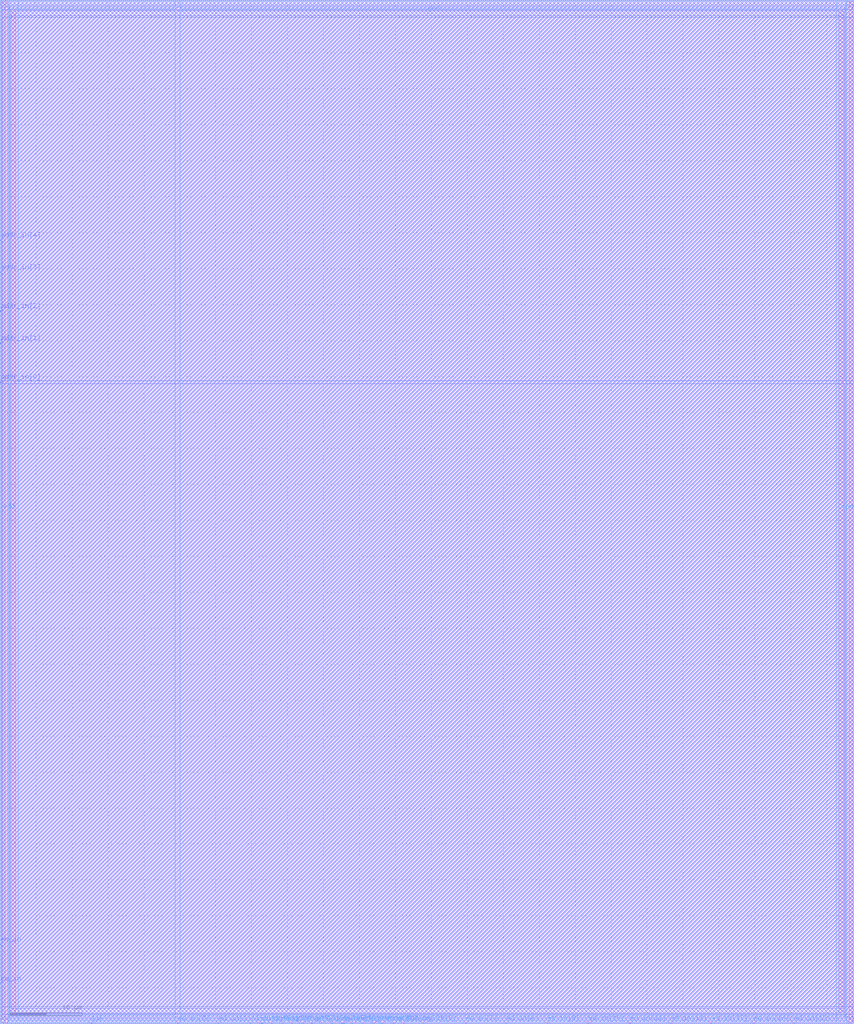
<source format=lef>
VERSION 5.4 ;
NAMESCASESENSITIVE ON ;
BUSBITCHARS "[]" ;
DIVIDERCHAR "/" ;
UNITS
  DATABASE MICRONS 2000 ;
END UNITS
MACRO SRAM_6T_CORE_32x16_MC_TB
   CLASS BLOCK ;
   SIZE 118.82 BY 142.32 ;
   SYMMETRY X Y R90 ;
   PIN wd_in[0]
      DIRECTION INPUT ;
      PORT
         LAYER metal4 ;
         RECT  24.59 0.0 24.74 0.15 ;
      END
   END wd_in[0]
   PIN wd_in[1]
      DIRECTION INPUT ;
      PORT
         LAYER metal4 ;
         RECT  30.32 0.0 30.47 0.15 ;
      END
   END wd_in[1]
   PIN wd_in[2]
      DIRECTION INPUT ;
      PORT
         LAYER metal4 ;
         RECT  36.04 0.0 36.19 0.15 ;
      END
   END wd_in[2]
   PIN wd_in[3]
      DIRECTION INPUT ;
      PORT
         LAYER metal4 ;
         RECT  41.75 0.0 41.9 0.15 ;
      END
   END wd_in[3]
   PIN wd_in[4]
      DIRECTION INPUT ;
      PORT
         LAYER metal4 ;
         RECT  47.47 0.0 47.62 0.15 ;
      END
   END wd_in[4]
   PIN wd_in[5]
      DIRECTION INPUT ;
      PORT
         LAYER metal4 ;
         RECT  53.2 0.0 53.35 0.15 ;
      END
   END wd_in[5]
   PIN wd_in[6]
      DIRECTION INPUT ;
      PORT
         LAYER metal4 ;
         RECT  58.92 0.0 59.07 0.15 ;
      END
   END wd_in[6]
   PIN wd_in[7]
      DIRECTION INPUT ;
      PORT
         LAYER metal4 ;
         RECT  64.64 0.0 64.79 0.15 ;
      END
   END wd_in[7]
   PIN wd_in[8]
      DIRECTION INPUT ;
      PORT
         LAYER metal4 ;
         RECT  70.36 0.0 70.51 0.15 ;
      END
   END wd_in[8]
   PIN wd_in[9]
      DIRECTION INPUT ;
      PORT
         LAYER metal4 ;
         RECT  76.07 0.0 76.22 0.15 ;
      END
   END wd_in[9]
   PIN wd_in[10]
      DIRECTION INPUT ;
      PORT
         LAYER metal4 ;
         RECT  81.79 0.0 81.94 0.15 ;
      END
   END wd_in[10]
   PIN wd_in[11]
      DIRECTION INPUT ;
      PORT
         LAYER metal4 ;
         RECT  87.51 0.0 87.66 0.15 ;
      END
   END wd_in[11]
   PIN wd_in[12]
      DIRECTION INPUT ;
      PORT
         LAYER metal4 ;
         RECT  93.23 0.0 93.38 0.15 ;
      END
   END wd_in[12]
   PIN wd_in[13]
      DIRECTION INPUT ;
      PORT
         LAYER metal4 ;
         RECT  98.96 0.0 99.11 0.15 ;
      END
   END wd_in[13]
   PIN wd_in[14]
      DIRECTION INPUT ;
      PORT
         LAYER metal4 ;
         RECT  104.68 0.0 104.83 0.15 ;
      END
   END wd_in[14]
   PIN wd_in[15]
      DIRECTION INPUT ;
      PORT
         LAYER metal4 ;
         RECT  110.4 0.0 110.55 0.15 ;
      END
   END wd_in[15]
   PIN addr_in[0]
      DIRECTION INPUT ;
      PORT
         LAYER metal3 ;
         RECT  0.0 89.11 0.15 89.26 ;
      END
   END addr_in[0]
   PIN addr_in[1]
      DIRECTION INPUT ;
      PORT
         LAYER metal3 ;
         RECT  0.0 94.57 0.15 94.72 ;
      END
   END addr_in[1]
   PIN addr_in[2]
      DIRECTION INPUT ;
      PORT
         LAYER metal3 ;
         RECT  0.0 98.99 0.15 99.14 ;
      END
   END addr_in[2]
   PIN addr_in[3]
      DIRECTION INPUT ;
      PORT
         LAYER metal3 ;
         RECT  0.0 104.45 0.15 104.6 ;
      END
   END addr_in[3]
   PIN addr_in[4]
      DIRECTION INPUT ;
      PORT
         LAYER metal3 ;
         RECT  0.0 108.87 0.15 109.02 ;
      END
   END addr_in[4]
   PIN ce_in
      DIRECTION INPUT ;
      PORT
         LAYER metal3 ;
         RECT  0.0 5.52 0.15 5.67 ;
      END
   END ce_in
   PIN we_in
      DIRECTION INPUT ;
      PORT
         LAYER metal3 ;
         RECT  0.0 10.98 0.15 11.13 ;
      END
   END we_in
   PIN clk
      DIRECTION INPUT ;
      PORT
         LAYER metal4 ;
         RECT  12.61 0.0 12.76 0.15 ;
      END
   END clk
   PIN rd_out[0]
      DIRECTION OUTPUT ;
      PORT
         LAYER metal4 ;
         RECT  34.76 0.0 34.91 0.15 ;
      END
   END rd_out[0]
   PIN rd_out[1]
      DIRECTION OUTPUT ;
      PORT
         LAYER metal4 ;
         RECT  36.35 0.0 36.5 0.15 ;
      END
   END rd_out[1]
   PIN rd_out[2]
      DIRECTION OUTPUT ;
      PORT
         LAYER metal4 ;
         RECT  37.69 0.0 37.84 0.15 ;
      END
   END rd_out[2]
   PIN rd_out[3]
      DIRECTION OUTPUT ;
      PORT
         LAYER metal4 ;
         RECT  39.1 0.0 39.25 0.15 ;
      END
   END rd_out[3]
   PIN rd_out[4]
      DIRECTION OUTPUT ;
      PORT
         LAYER metal4 ;
         RECT  40.48 0.0 40.63 0.15 ;
      END
   END rd_out[4]
   PIN rd_out[5]
      DIRECTION OUTPUT ;
      PORT
         LAYER metal4 ;
         RECT  42.06 0.0 42.21 0.15 ;
      END
   END rd_out[5]
   PIN rd_out[6]
      DIRECTION OUTPUT ;
      PORT
         LAYER metal4 ;
         RECT  43.33 0.0 43.48 0.15 ;
      END
   END rd_out[6]
   PIN rd_out[7]
      DIRECTION OUTPUT ;
      PORT
         LAYER metal4 ;
         RECT  44.74 0.0 44.89 0.15 ;
      END
   END rd_out[7]
   PIN rd_out[8]
      DIRECTION OUTPUT ;
      PORT
         LAYER metal4 ;
         RECT  46.15 0.0 46.3 0.15 ;
      END
   END rd_out[8]
   PIN rd_out[9]
      DIRECTION OUTPUT ;
      PORT
         LAYER metal4 ;
         RECT  47.78 0.0 47.93 0.15 ;
      END
   END rd_out[9]
   PIN rd_out[10]
      DIRECTION OUTPUT ;
      PORT
         LAYER metal4 ;
         RECT  48.97 0.0 49.12 0.15 ;
      END
   END rd_out[10]
   PIN rd_out[11]
      DIRECTION OUTPUT ;
      PORT
         LAYER metal4 ;
         RECT  50.39 0.0 50.54 0.15 ;
      END
   END rd_out[11]
   PIN rd_out[12]
      DIRECTION OUTPUT ;
      PORT
         LAYER metal4 ;
         RECT  51.79 0.0 51.94 0.15 ;
      END
   END rd_out[12]
   PIN rd_out[13]
      DIRECTION OUTPUT ;
      PORT
         LAYER metal4 ;
         RECT  52.88 0.0 53.03 0.15 ;
      END
   END rd_out[13]
   PIN rd_out[14]
      DIRECTION OUTPUT ;
      PORT
         LAYER metal4 ;
         RECT  54.61 0.0 54.76 0.15 ;
      END
   END rd_out[14]
   PIN rd_out[15]
      DIRECTION OUTPUT ;
      PORT
         LAYER metal4 ;
         RECT  56.02 0.0 56.17 0.15 ;
      END
   END rd_out[15]
   PIN vdd
      DIRECTION INOUT ;
      USE POWER ; 
      SHAPE ABUTMENT ; 
      PORT
         LAYER metal3 ;
         RECT  0.0 0.0 118.82 0.73 ;
         LAYER metal4 ;
         RECT  118.09 0.0 118.82 142.32 ;
         LAYER metal4 ;
         RECT  0.0 0.0 0.73 142.32 ;
         LAYER metal3 ;
         RECT  0.0 141.59 118.82 142.32 ;
      END
   END vdd
   PIN gnd
      DIRECTION INOUT ;
      USE GROUND ; 
      SHAPE ABUTMENT ; 
      PORT
         LAYER metal4 ;
         RECT  1.46 1.46 2.19 140.86 ;
         LAYER metal4 ;
         RECT  116.63 1.46 117.36 140.86 ;
         LAYER metal3 ;
         RECT  1.46 1.46 117.36 2.19 ;
         LAYER metal3 ;
         RECT  1.46 140.13 117.36 140.86 ;
      END
   END gnd
   OBS
   LAYER  metal1 ;
      RECT  0.14 0.14 118.68 142.18 ;
   LAYER  metal2 ;
      RECT  0.14 0.14 118.68 142.18 ;
   LAYER  metal3 ;
      RECT  0.29 88.97 118.68 89.4 ;
      RECT  0.14 89.4 0.29 94.43 ;
      RECT  0.14 94.86 0.29 98.85 ;
      RECT  0.14 99.28 0.29 104.31 ;
      RECT  0.14 104.74 0.29 108.73 ;
      RECT  0.14 5.81 0.29 10.84 ;
      RECT  0.14 11.27 0.29 88.97 ;
      RECT  0.14 0.87 0.29 5.38 ;
      RECT  0.14 109.16 0.29 141.45 ;
      RECT  0.29 0.87 1.32 1.32 ;
      RECT  0.29 1.32 1.32 2.33 ;
      RECT  0.29 2.33 1.32 88.97 ;
      RECT  1.32 0.87 117.5 1.32 ;
      RECT  1.32 2.33 117.5 88.97 ;
      RECT  117.5 0.87 118.68 1.32 ;
      RECT  117.5 1.32 118.68 2.33 ;
      RECT  117.5 2.33 118.68 88.97 ;
      RECT  0.29 89.4 1.32 139.99 ;
      RECT  0.29 139.99 1.32 141.0 ;
      RECT  0.29 141.0 1.32 141.45 ;
      RECT  1.32 89.4 117.5 139.99 ;
      RECT  1.32 141.0 117.5 141.45 ;
      RECT  117.5 89.4 118.68 139.99 ;
      RECT  117.5 139.99 118.68 141.0 ;
      RECT  117.5 141.0 118.68 141.45 ;
   LAYER  metal4 ;
      RECT  24.31 0.43 25.02 142.18 ;
      RECT  25.02 0.14 30.04 0.43 ;
      RECT  59.35 0.14 64.36 0.43 ;
      RECT  65.07 0.14 70.08 0.43 ;
      RECT  70.79 0.14 75.79 0.43 ;
      RECT  76.5 0.14 81.51 0.43 ;
      RECT  82.22 0.14 87.23 0.43 ;
      RECT  87.94 0.14 92.95 0.43 ;
      RECT  93.66 0.14 98.68 0.43 ;
      RECT  99.39 0.14 104.4 0.43 ;
      RECT  105.11 0.14 110.12 0.43 ;
      RECT  13.04 0.14 24.31 0.43 ;
      RECT  30.75 0.14 34.48 0.43 ;
      RECT  35.19 0.14 35.76 0.43 ;
      RECT  36.78 0.14 37.41 0.43 ;
      RECT  38.12 0.14 38.82 0.43 ;
      RECT  39.53 0.14 40.2 0.43 ;
      RECT  40.91 0.14 41.47 0.43 ;
      RECT  42.49 0.14 43.05 0.43 ;
      RECT  43.76 0.14 44.46 0.43 ;
      RECT  45.17 0.14 45.87 0.43 ;
      RECT  46.58 0.14 47.19 0.43 ;
      RECT  48.21 0.14 48.69 0.43 ;
      RECT  49.4 0.14 50.11 0.43 ;
      RECT  50.82 0.14 51.51 0.43 ;
      RECT  52.22 0.14 52.6 0.43 ;
      RECT  53.63 0.14 54.33 0.43 ;
      RECT  55.04 0.14 55.74 0.43 ;
      RECT  56.45 0.14 58.64 0.43 ;
      RECT  110.83 0.14 117.81 0.43 ;
      RECT  1.01 0.14 12.33 0.43 ;
      RECT  1.01 0.43 1.18 1.18 ;
      RECT  1.01 1.18 1.18 141.14 ;
      RECT  1.01 141.14 1.18 142.18 ;
      RECT  1.18 0.43 2.47 1.18 ;
      RECT  1.18 141.14 2.47 142.18 ;
      RECT  2.47 0.43 24.31 1.18 ;
      RECT  2.47 1.18 24.31 141.14 ;
      RECT  2.47 141.14 24.31 142.18 ;
      RECT  25.02 0.43 116.35 1.18 ;
      RECT  25.02 1.18 116.35 141.14 ;
      RECT  25.02 141.14 116.35 142.18 ;
      RECT  116.35 0.43 117.64 1.18 ;
      RECT  116.35 141.14 117.64 142.18 ;
      RECT  117.64 0.43 117.81 1.18 ;
      RECT  117.64 1.18 117.81 141.14 ;
      RECT  117.64 141.14 117.81 142.18 ;
   END
END    SRAM_6T_CORE_32x16_MC_TB
END    LIBRARY

</source>
